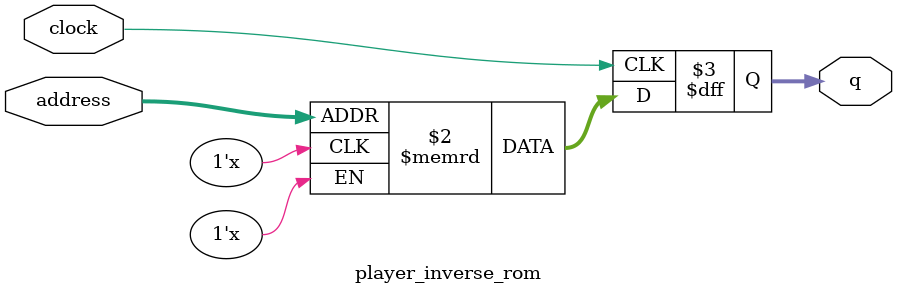
<source format=sv>
module player_inverse_rom (
	input logic clock,
	input logic [9:0] address,
	output logic [2:0] q
);

logic [2:0] memory [0:899] /* synthesis ram_init_file = "./player_inverse/player_inverse.COE" */;

always_ff @ (posedge clock) begin
	q <= memory[address];
end

endmodule

</source>
